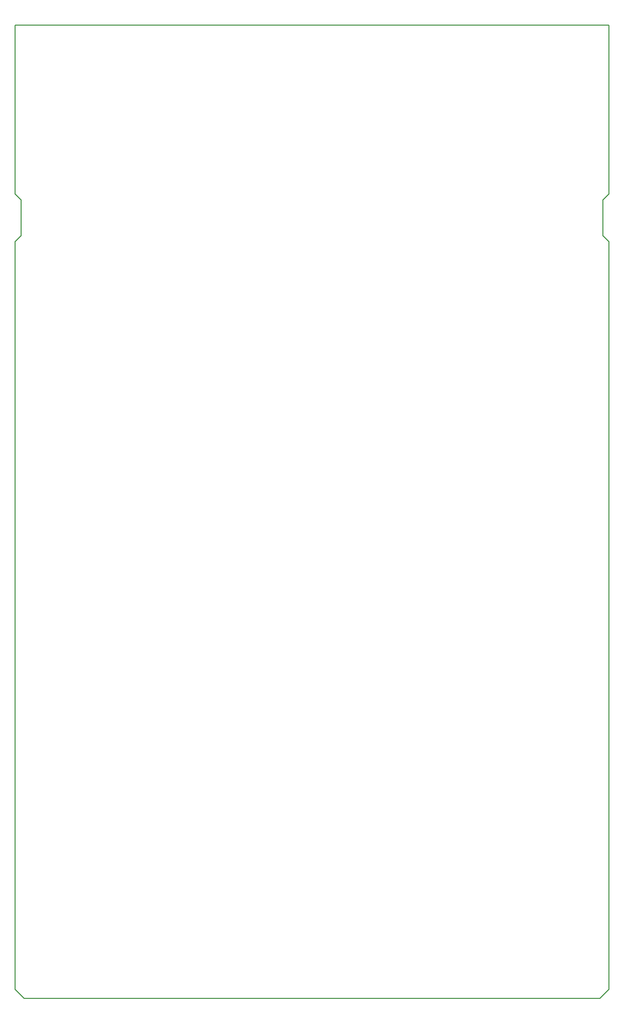
<source format=gm1>
G04 #@! TF.FileFunction,Profile,NP*
%FSLAX46Y46*%
G04 Gerber Fmt 4.6, Leading zero omitted, Abs format (unit mm)*
G04 Created by KiCad (PCBNEW 4.0.4-stable) date 07/22/17 12:12:15*
%MOMM*%
%LPD*%
G01*
G04 APERTURE LIST*
%ADD10C,2.000000*%
%ADD11C,0.150000*%
G04 APERTURE END LIST*
D10*
D11*
X98500000Y-164000000D02*
X100000000Y-162500000D01*
X0Y-162500000D02*
X1500000Y-164000000D01*
X100000000Y-36500000D02*
X100000000Y-162500000D01*
X99000000Y-35500000D02*
X100000000Y-36500000D01*
X99000000Y-29500000D02*
X99000000Y-35500000D01*
X100000000Y-28500000D02*
X99000000Y-29500000D01*
X100000000Y0D02*
X100000000Y-28500000D01*
X0Y-36500000D02*
X0Y-162500000D01*
X1000000Y-35500000D02*
X0Y-36500000D01*
X1000000Y-29500000D02*
X1000000Y-35500000D01*
X0Y-28500000D02*
X1000000Y-29500000D01*
X0Y0D02*
X0Y-28500000D01*
X98500000Y-164000000D02*
X1500000Y-164000000D01*
X0Y0D02*
X100000000Y0D01*
M02*

</source>
